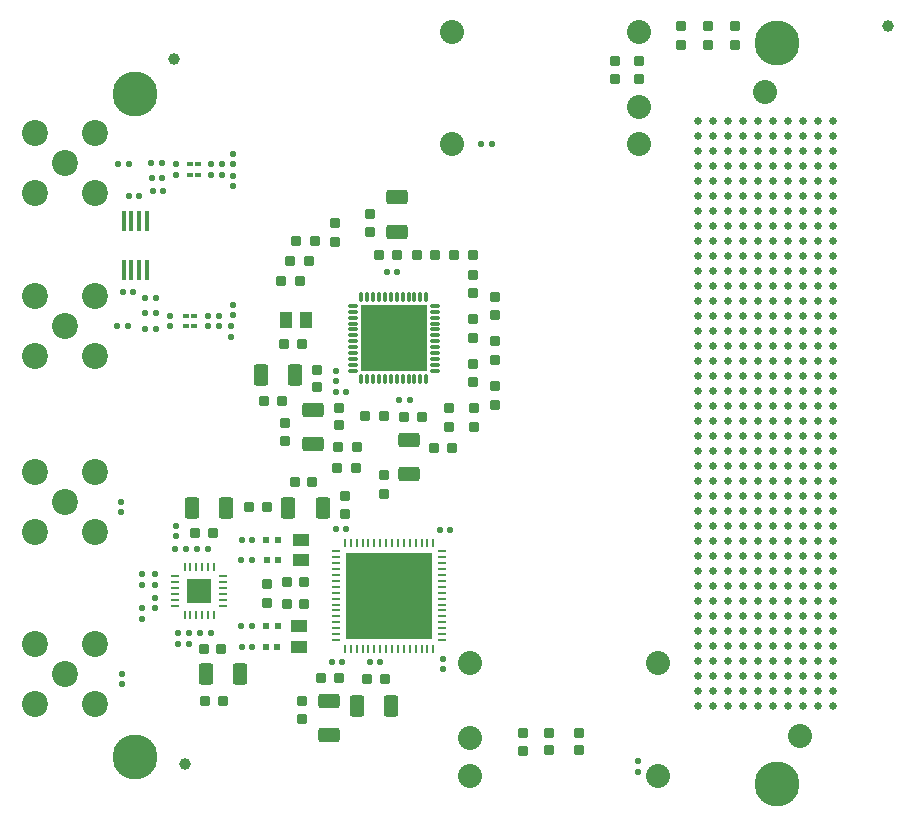
<source format=gbr>
G04 Layer_Color=255*
%FSLAX26Y26*%
%MOIN*%
%TF.FileFunction,Pads,Top*%
%TF.Part,Single*%
G01*
G75*
%TA.AperFunction,SMDPad,CuDef*%
G04:AMPARAMS|DCode=12|XSize=20mil|YSize=20mil|CornerRadius=6mil|HoleSize=0mil|Usage=FLASHONLY|Rotation=90.000|XOffset=0mil|YOffset=0mil|HoleType=Round|Shape=RoundedRectangle|*
%AMROUNDEDRECTD12*
21,1,0.020000,0.008000,0,0,90.0*
21,1,0.008000,0.020000,0,0,90.0*
1,1,0.012000,0.004000,0.004000*
1,1,0.012000,0.004000,-0.004000*
1,1,0.012000,-0.004000,-0.004000*
1,1,0.012000,-0.004000,0.004000*
%
%ADD12ROUNDEDRECTD12*%
G04:AMPARAMS|DCode=13|XSize=20mil|YSize=20mil|CornerRadius=6mil|HoleSize=0mil|Usage=FLASHONLY|Rotation=180.000|XOffset=0mil|YOffset=0mil|HoleType=Round|Shape=RoundedRectangle|*
%AMROUNDEDRECTD13*
21,1,0.020000,0.008000,0,0,180.0*
21,1,0.008000,0.020000,0,0,180.0*
1,1,0.012000,-0.004000,0.004000*
1,1,0.012000,0.004000,0.004000*
1,1,0.012000,0.004000,-0.004000*
1,1,0.012000,-0.004000,-0.004000*
%
%ADD13ROUNDEDRECTD13*%
%ADD14O,0.015748X0.070866*%
%ADD15R,0.019685X0.011811*%
G04:AMPARAMS|DCode=16|XSize=71mil|YSize=47mil|CornerRadius=7.99mil|HoleSize=0mil|Usage=FLASHONLY|Rotation=90.000|XOffset=0mil|YOffset=0mil|HoleType=Round|Shape=RoundedRectangle|*
%AMROUNDEDRECTD16*
21,1,0.071000,0.031020,0,0,90.0*
21,1,0.055020,0.047000,0,0,90.0*
1,1,0.015980,0.015510,0.027510*
1,1,0.015980,0.015510,-0.027510*
1,1,0.015980,-0.015510,-0.027510*
1,1,0.015980,-0.015510,0.027510*
%
%ADD16ROUNDEDRECTD16*%
G04:AMPARAMS|DCode=17|XSize=35mil|YSize=34mil|CornerRadius=9.01mil|HoleSize=0mil|Usage=FLASHONLY|Rotation=90.000|XOffset=0mil|YOffset=0mil|HoleType=Round|Shape=RoundedRectangle|*
%AMROUNDEDRECTD17*
21,1,0.035000,0.015980,0,0,90.0*
21,1,0.016980,0.034000,0,0,90.0*
1,1,0.018020,0.007990,0.008490*
1,1,0.018020,0.007990,-0.008490*
1,1,0.018020,-0.007990,-0.008490*
1,1,0.018020,-0.007990,0.008490*
%
%ADD17ROUNDEDRECTD17*%
G04:AMPARAMS|DCode=18|XSize=35mil|YSize=34mil|CornerRadius=9.01mil|HoleSize=0mil|Usage=FLASHONLY|Rotation=0.000|XOffset=0mil|YOffset=0mil|HoleType=Round|Shape=RoundedRectangle|*
%AMROUNDEDRECTD18*
21,1,0.035000,0.015980,0,0,0.0*
21,1,0.016980,0.034000,0,0,0.0*
1,1,0.018020,0.008490,-0.007990*
1,1,0.018020,-0.008490,-0.007990*
1,1,0.018020,-0.008490,0.007990*
1,1,0.018020,0.008490,0.007990*
%
%ADD18ROUNDEDRECTD18*%
G04:AMPARAMS|DCode=19|XSize=71mil|YSize=47mil|CornerRadius=7.99mil|HoleSize=0mil|Usage=FLASHONLY|Rotation=180.000|XOffset=0mil|YOffset=0mil|HoleType=Round|Shape=RoundedRectangle|*
%AMROUNDEDRECTD19*
21,1,0.071000,0.031020,0,0,180.0*
21,1,0.055020,0.047000,0,0,180.0*
1,1,0.015980,-0.027510,0.015510*
1,1,0.015980,0.027510,0.015510*
1,1,0.015980,0.027510,-0.015510*
1,1,0.015980,-0.027510,-0.015510*
%
%ADD19ROUNDEDRECTD19*%
G04:AMPARAMS|DCode=20|XSize=35mil|YSize=31mil|CornerRadius=6.045mil|HoleSize=0mil|Usage=FLASHONLY|Rotation=90.000|XOffset=0mil|YOffset=0mil|HoleType=Round|Shape=RoundedRectangle|*
%AMROUNDEDRECTD20*
21,1,0.035000,0.018910,0,0,90.0*
21,1,0.022910,0.031000,0,0,90.0*
1,1,0.012090,0.009455,0.011455*
1,1,0.012090,0.009455,-0.011455*
1,1,0.012090,-0.009455,-0.011455*
1,1,0.012090,-0.009455,0.011455*
%
%ADD20ROUNDEDRECTD20*%
G04:AMPARAMS|DCode=21|XSize=35mil|YSize=34mil|CornerRadius=5.95mil|HoleSize=0mil|Usage=FLASHONLY|Rotation=90.000|XOffset=0mil|YOffset=0mil|HoleType=Round|Shape=RoundedRectangle|*
%AMROUNDEDRECTD21*
21,1,0.035000,0.022100,0,0,90.0*
21,1,0.023100,0.034000,0,0,90.0*
1,1,0.011900,0.011050,0.011550*
1,1,0.011900,0.011050,-0.011550*
1,1,0.011900,-0.011050,-0.011550*
1,1,0.011900,-0.011050,0.011550*
%
%ADD21ROUNDEDRECTD21*%
G04:AMPARAMS|DCode=22|XSize=35mil|YSize=31mil|CornerRadius=6.045mil|HoleSize=0mil|Usage=FLASHONLY|Rotation=0.000|XOffset=0mil|YOffset=0mil|HoleType=Round|Shape=RoundedRectangle|*
%AMROUNDEDRECTD22*
21,1,0.035000,0.018910,0,0,0.0*
21,1,0.022910,0.031000,0,0,0.0*
1,1,0.012090,0.011455,-0.009455*
1,1,0.012090,-0.011455,-0.009455*
1,1,0.012090,-0.011455,0.009455*
1,1,0.012090,0.011455,0.009455*
%
%ADD22ROUNDEDRECTD22*%
G04:AMPARAMS|DCode=23|XSize=55mil|YSize=43mil|CornerRadius=7.955mil|HoleSize=0mil|Usage=FLASHONLY|Rotation=90.000|XOffset=0mil|YOffset=0mil|HoleType=Round|Shape=RoundedRectangle|*
%AMROUNDEDRECTD23*
21,1,0.055000,0.027090,0,0,90.0*
21,1,0.039090,0.043000,0,0,90.0*
1,1,0.015910,0.013545,0.019545*
1,1,0.015910,0.013545,-0.019545*
1,1,0.015910,-0.013545,-0.019545*
1,1,0.015910,-0.013545,0.019545*
%
%ADD23ROUNDEDRECTD23*%
G04:AMPARAMS|DCode=24|XSize=35mil|YSize=34mil|CornerRadius=5.95mil|HoleSize=0mil|Usage=FLASHONLY|Rotation=0.000|XOffset=0mil|YOffset=0mil|HoleType=Round|Shape=RoundedRectangle|*
%AMROUNDEDRECTD24*
21,1,0.035000,0.022100,0,0,0.0*
21,1,0.023100,0.034000,0,0,0.0*
1,1,0.011900,0.011550,-0.011050*
1,1,0.011900,-0.011550,-0.011050*
1,1,0.011900,-0.011550,0.011050*
1,1,0.011900,0.011550,0.011050*
%
%ADD24ROUNDEDRECTD24*%
%ADD25O,0.011024X0.033465*%
%ADD26R,0.220472X0.220472*%
%ADD27O,0.033465X0.011024*%
%ADD28R,0.023622X0.019685*%
%ADD29O,0.031496X0.007874*%
%ADD30O,0.007874X0.031496*%
%ADD31R,0.082677X0.082677*%
G04:AMPARAMS|DCode=32|XSize=55mil|YSize=43mil|CornerRadius=7.955mil|HoleSize=0mil|Usage=FLASHONLY|Rotation=180.000|XOffset=0mil|YOffset=0mil|HoleType=Round|Shape=RoundedRectangle|*
%AMROUNDEDRECTD32*
21,1,0.055000,0.027090,0,0,180.0*
21,1,0.039090,0.043000,0,0,180.0*
1,1,0.015910,-0.019545,0.013545*
1,1,0.015910,0.019545,0.013545*
1,1,0.015910,0.019545,-0.013545*
1,1,0.015910,-0.019545,-0.013545*
%
%ADD32ROUNDEDRECTD32*%
%ADD33R,0.291339X0.291339*%
%ADD34O,0.031496X0.009055*%
%ADD35O,0.009055X0.031496*%
%TA.AperFunction,BGAPad,CuDef*%
%ADD36C,0.025197*%
%TA.AperFunction,SMDPad,CuDef*%
%ADD40C,0.039370*%
%TA.AperFunction,ComponentPad*%
%ADD41C,0.080000*%
%ADD42C,0.150000*%
%ADD43C,0.086614*%
%ADD44C,0.039370*%
D12*
X5232500Y7635000D02*
D03*
X5267500D02*
D03*
X5118000Y7725000D02*
D03*
X5153000D02*
D03*
X5227500Y7730000D02*
D03*
X5262500D02*
D03*
X5427500Y7725000D02*
D03*
X5462500D02*
D03*
X5427500Y7690000D02*
D03*
X5462500D02*
D03*
X5230000Y7680000D02*
D03*
X5265000D02*
D03*
X5152500Y7620000D02*
D03*
X5187500D02*
D03*
X5243000Y7230000D02*
D03*
X5208000D02*
D03*
X5150500Y7185000D02*
D03*
X5115500D02*
D03*
X5243000Y7175000D02*
D03*
X5208000D02*
D03*
Y7280000D02*
D03*
X5243000D02*
D03*
X5452500Y7185000D02*
D03*
X5417500D02*
D03*
X5452500Y7220000D02*
D03*
X5417500D02*
D03*
X5167500Y7300000D02*
D03*
X5132500D02*
D03*
X5878500Y6965000D02*
D03*
X5843500D02*
D03*
X6048500Y7367000D02*
D03*
X6013500D02*
D03*
X6090000Y6941000D02*
D03*
X6055000D02*
D03*
X5343500Y6442000D02*
D03*
X5308500D02*
D03*
X5318500Y6127000D02*
D03*
X5353500D02*
D03*
Y6164000D02*
D03*
X5318500D02*
D03*
X5563500Y6184886D02*
D03*
X5528500D02*
D03*
X5564500Y6117386D02*
D03*
X5529500D02*
D03*
X5416500Y6441929D02*
D03*
X5381500D02*
D03*
X5565000Y6472000D02*
D03*
X5530000D02*
D03*
X5563500Y6407000D02*
D03*
X5528500D02*
D03*
X5391000Y6164000D02*
D03*
X5426000D02*
D03*
X5864500Y6065000D02*
D03*
X5829500D02*
D03*
X5877500Y6510000D02*
D03*
X5842500D02*
D03*
X5991500Y6065000D02*
D03*
X5956500D02*
D03*
X6190579Y6507000D02*
D03*
X6225579D02*
D03*
X6362500Y7791221D02*
D03*
X6327500D02*
D03*
D13*
X5500000Y7725000D02*
D03*
Y7760000D02*
D03*
Y7687500D02*
D03*
Y7652500D02*
D03*
X5290000Y7220000D02*
D03*
Y7185000D02*
D03*
X5500000Y7222500D02*
D03*
Y7257500D02*
D03*
X5495000Y7186000D02*
D03*
Y7151000D02*
D03*
X5843116Y7036732D02*
D03*
Y7001732D02*
D03*
X5310000Y7725000D02*
D03*
Y7690000D02*
D03*
X5309000Y6485000D02*
D03*
Y6520000D02*
D03*
X5128000Y6566000D02*
D03*
Y6601000D02*
D03*
X5240000Y6358000D02*
D03*
Y6323000D02*
D03*
X5197000Y6358000D02*
D03*
Y6323000D02*
D03*
Y6245500D02*
D03*
Y6210500D02*
D03*
X5239000Y6280500D02*
D03*
Y6245500D02*
D03*
X5129000Y5991500D02*
D03*
Y6026500D02*
D03*
X6200000Y6077000D02*
D03*
Y6042000D02*
D03*
X6850000Y5735500D02*
D03*
Y5700500D02*
D03*
D14*
X5213386Y7536693D02*
D03*
X5187795D02*
D03*
X5162205D02*
D03*
X5136614D02*
D03*
X5213386Y7373307D02*
D03*
X5187795D02*
D03*
X5162205D02*
D03*
X5136614D02*
D03*
D15*
X5370000Y7220000D02*
D03*
X5342441D02*
D03*
Y7185000D02*
D03*
X5370000D02*
D03*
X5356220Y7690000D02*
D03*
X5383779D02*
D03*
Y7725000D02*
D03*
X5356220D02*
D03*
D16*
X5592685Y7022000D02*
D03*
X5706685D02*
D03*
X5363000Y6581000D02*
D03*
X5477000D02*
D03*
X5685000Y6579000D02*
D03*
X5799000D02*
D03*
X5524000Y6025000D02*
D03*
X5410000D02*
D03*
X6027000Y5921000D02*
D03*
X5913000D02*
D03*
D17*
X5675000Y6803000D02*
D03*
Y6862000D02*
D03*
X5956000Y7560000D02*
D03*
Y7501000D02*
D03*
X5729000Y5877500D02*
D03*
Y5936500D02*
D03*
D18*
X5605000Y6934456D02*
D03*
X5664000D02*
D03*
X5706500Y6666000D02*
D03*
X5765500D02*
D03*
X5613000Y6581364D02*
D03*
X5554000D02*
D03*
X5467000Y5935000D02*
D03*
X5408000D02*
D03*
X6229000Y6780000D02*
D03*
X6170000D02*
D03*
D19*
X5767000Y6792000D02*
D03*
Y6906000D02*
D03*
X6088000Y6693000D02*
D03*
Y6807000D02*
D03*
X6047000Y7615000D02*
D03*
Y7501000D02*
D03*
X5820000Y5822000D02*
D03*
Y5936000D02*
D03*
D20*
X5851000Y6782000D02*
D03*
X5914000D02*
D03*
X5942000Y6885000D02*
D03*
X6005000D02*
D03*
X5848500Y6713000D02*
D03*
X5911500D02*
D03*
X5669000Y7126000D02*
D03*
X5732000D02*
D03*
X5662000Y7335000D02*
D03*
X5725000D02*
D03*
X5692000Y7402000D02*
D03*
X5755000D02*
D03*
X5710500Y7469000D02*
D03*
X5773500D02*
D03*
X6112500Y7423000D02*
D03*
X6175500D02*
D03*
X6238500Y7422000D02*
D03*
X6301500D02*
D03*
D21*
X5855000Y6914000D02*
D03*
Y6855000D02*
D03*
X5782000Y7041000D02*
D03*
Y6982000D02*
D03*
X5873362Y6559000D02*
D03*
Y6618000D02*
D03*
X6775000Y8010000D02*
D03*
Y8069000D02*
D03*
X6855000Y8010000D02*
D03*
Y8069000D02*
D03*
X6468000Y5771000D02*
D03*
Y5830000D02*
D03*
X6554000Y5771500D02*
D03*
Y5830500D02*
D03*
X6654000Y5771500D02*
D03*
Y5830500D02*
D03*
D22*
X6003000Y6688500D02*
D03*
Y6625500D02*
D03*
X5841000Y7530000D02*
D03*
Y7467000D02*
D03*
X6300000Y7294500D02*
D03*
Y7357500D02*
D03*
X6374000Y7221179D02*
D03*
Y7284179D02*
D03*
X6302929Y6913000D02*
D03*
Y6850000D02*
D03*
X6375000Y7135158D02*
D03*
Y7072158D02*
D03*
X6301000Y7061000D02*
D03*
Y6998000D02*
D03*
X6220000Y6911500D02*
D03*
Y6848500D02*
D03*
X6375000Y6986000D02*
D03*
Y6923000D02*
D03*
X6300000Y7210000D02*
D03*
Y7147000D02*
D03*
X5613000Y6263500D02*
D03*
Y6326500D02*
D03*
X6995000Y8122000D02*
D03*
Y8185000D02*
D03*
X7085000Y8123500D02*
D03*
Y8186500D02*
D03*
X7175000Y8122000D02*
D03*
Y8185000D02*
D03*
D23*
X5743000Y7206000D02*
D03*
X5676000D02*
D03*
D24*
X6129000Y6883440D02*
D03*
X6070000D02*
D03*
X5432500Y6496000D02*
D03*
X5373500D02*
D03*
X5403000Y6110000D02*
D03*
X5462000D02*
D03*
X5854000Y6013000D02*
D03*
X5795000D02*
D03*
X5679000Y6332000D02*
D03*
X5738000D02*
D03*
X5679000Y6260000D02*
D03*
X5738000D02*
D03*
X5947630Y6009000D02*
D03*
X6006630D02*
D03*
X6047500Y7422000D02*
D03*
X5988500D02*
D03*
D25*
X6125276Y7281811D02*
D03*
X6144961D02*
D03*
X6085905Y7008189D02*
D03*
X6105591D02*
D03*
X6125276D02*
D03*
X6144961D02*
D03*
X6026850D02*
D03*
X6046535D02*
D03*
X6085905Y7281811D02*
D03*
X6105591D02*
D03*
X5928425D02*
D03*
X5948110D02*
D03*
X5967795D02*
D03*
X5987480D02*
D03*
X6007165D02*
D03*
X6026850D02*
D03*
X6046535D02*
D03*
X6066221D02*
D03*
Y7008189D02*
D03*
X6007165D02*
D03*
X5987480D02*
D03*
X5967795D02*
D03*
X5948110D02*
D03*
X5928425D02*
D03*
D26*
X6036693Y7145000D02*
D03*
D27*
X5899882Y7036732D02*
D03*
Y7056417D02*
D03*
Y7076102D02*
D03*
Y7095787D02*
D03*
Y7115472D02*
D03*
Y7135158D02*
D03*
Y7154842D02*
D03*
Y7174528D02*
D03*
Y7194213D02*
D03*
Y7213898D02*
D03*
Y7233583D02*
D03*
Y7253268D02*
D03*
X6173504D02*
D03*
Y7233583D02*
D03*
Y7213898D02*
D03*
Y7194213D02*
D03*
Y7174528D02*
D03*
Y7154842D02*
D03*
Y7135158D02*
D03*
Y7115472D02*
D03*
Y7095787D02*
D03*
Y7076102D02*
D03*
Y7056417D02*
D03*
Y7036732D02*
D03*
D28*
X5650006Y6186000D02*
D03*
X5610636D02*
D03*
X5609315Y6117386D02*
D03*
X5648685D02*
D03*
X5650685Y6472000D02*
D03*
X5611315D02*
D03*
X5612315Y6407000D02*
D03*
X5651685D02*
D03*
D29*
X5307504Y6351921D02*
D03*
Y6332236D02*
D03*
Y6312551D02*
D03*
Y6292866D02*
D03*
Y6273181D02*
D03*
Y6253496D02*
D03*
X5468921D02*
D03*
Y6273181D02*
D03*
Y6292866D02*
D03*
Y6312551D02*
D03*
Y6332236D02*
D03*
Y6351921D02*
D03*
D30*
X5339000Y6222000D02*
D03*
X5358685D02*
D03*
X5378370D02*
D03*
X5398055D02*
D03*
X5417740D02*
D03*
X5437425D02*
D03*
Y6383417D02*
D03*
X5417740D02*
D03*
X5398055D02*
D03*
X5378370D02*
D03*
X5358685D02*
D03*
X5339000D02*
D03*
D31*
X5388213Y6302709D02*
D03*
D32*
X5720000Y6184500D02*
D03*
Y6117500D02*
D03*
X5726000Y6472500D02*
D03*
Y6405500D02*
D03*
D33*
X6021000Y6287000D02*
D03*
D34*
X6197181Y6434638D02*
D03*
Y6414953D02*
D03*
Y6395268D02*
D03*
Y6375583D02*
D03*
Y6355898D02*
D03*
Y6336213D02*
D03*
Y6316528D02*
D03*
Y6296842D02*
D03*
Y6277158D02*
D03*
Y6257472D02*
D03*
Y6237787D02*
D03*
Y6218102D02*
D03*
Y6198417D02*
D03*
Y6178732D02*
D03*
Y6159047D02*
D03*
Y6139362D02*
D03*
X5844819D02*
D03*
Y6159047D02*
D03*
Y6178732D02*
D03*
Y6198417D02*
D03*
Y6218102D02*
D03*
Y6237787D02*
D03*
Y6257472D02*
D03*
Y6277158D02*
D03*
Y6296842D02*
D03*
Y6316528D02*
D03*
Y6336213D02*
D03*
Y6355898D02*
D03*
Y6375583D02*
D03*
Y6395268D02*
D03*
Y6414953D02*
D03*
Y6434638D02*
D03*
D35*
X6168638Y6110819D02*
D03*
X6129268D02*
D03*
X6109583D02*
D03*
X6089898D02*
D03*
X6050528D02*
D03*
X6030842D02*
D03*
X6011158D02*
D03*
X5991472D02*
D03*
X5971787D02*
D03*
X5952102D02*
D03*
X5932417D02*
D03*
X5912732D02*
D03*
X5893047D02*
D03*
X5873362D02*
D03*
Y6463181D02*
D03*
X5893047D02*
D03*
X5912732D02*
D03*
X5932417D02*
D03*
X5952102D02*
D03*
X5971787D02*
D03*
X5991472D02*
D03*
X6011158D02*
D03*
X6030842D02*
D03*
X6050528D02*
D03*
X6070213D02*
D03*
X6089898D02*
D03*
X6109583D02*
D03*
X6129268D02*
D03*
X6148953D02*
D03*
X6168638D02*
D03*
X6148953Y6110819D02*
D03*
X6070213D02*
D03*
D36*
X7500000Y5920000D02*
D03*
Y5970000D02*
D03*
Y6020000D02*
D03*
Y6070000D02*
D03*
Y6120000D02*
D03*
Y6170000D02*
D03*
Y6220000D02*
D03*
Y6270000D02*
D03*
Y6320000D02*
D03*
Y6370000D02*
D03*
Y6420000D02*
D03*
Y6470000D02*
D03*
Y6520000D02*
D03*
Y6570000D02*
D03*
Y6620000D02*
D03*
Y6670000D02*
D03*
Y6720000D02*
D03*
Y6770000D02*
D03*
Y6820000D02*
D03*
Y6870000D02*
D03*
Y6920000D02*
D03*
Y6970000D02*
D03*
Y7020000D02*
D03*
Y7070000D02*
D03*
Y7120000D02*
D03*
Y7170000D02*
D03*
Y7220000D02*
D03*
Y7270000D02*
D03*
Y7320000D02*
D03*
Y7370000D02*
D03*
Y7420000D02*
D03*
Y7470000D02*
D03*
Y7520000D02*
D03*
Y7570000D02*
D03*
Y7620000D02*
D03*
Y7670000D02*
D03*
Y7720000D02*
D03*
Y7770000D02*
D03*
Y7820000D02*
D03*
Y7870000D02*
D03*
X7450000Y5920000D02*
D03*
Y5970000D02*
D03*
Y6020000D02*
D03*
Y6070000D02*
D03*
Y6120000D02*
D03*
Y6170000D02*
D03*
Y6220000D02*
D03*
Y6270000D02*
D03*
Y6320000D02*
D03*
Y6370000D02*
D03*
Y6420000D02*
D03*
Y6470000D02*
D03*
Y6520000D02*
D03*
Y6570000D02*
D03*
Y6620000D02*
D03*
Y6670000D02*
D03*
Y6720000D02*
D03*
Y6770000D02*
D03*
Y6820000D02*
D03*
Y6870000D02*
D03*
Y6920000D02*
D03*
Y6970000D02*
D03*
Y7020000D02*
D03*
Y7070000D02*
D03*
Y7120000D02*
D03*
Y7170000D02*
D03*
Y7220000D02*
D03*
Y7270000D02*
D03*
Y7320000D02*
D03*
Y7370000D02*
D03*
Y7420000D02*
D03*
Y7470000D02*
D03*
Y7520000D02*
D03*
Y7570000D02*
D03*
Y7620000D02*
D03*
Y7670000D02*
D03*
Y7720000D02*
D03*
Y7770000D02*
D03*
Y7820000D02*
D03*
Y7870000D02*
D03*
X7400000Y5920000D02*
D03*
Y5970000D02*
D03*
Y6020000D02*
D03*
Y6070000D02*
D03*
Y6120000D02*
D03*
Y6170000D02*
D03*
Y6220000D02*
D03*
Y6270000D02*
D03*
Y6320000D02*
D03*
Y6370000D02*
D03*
Y6420000D02*
D03*
Y6470000D02*
D03*
Y6520000D02*
D03*
Y6570000D02*
D03*
Y6620000D02*
D03*
Y6670000D02*
D03*
Y6720000D02*
D03*
Y6770000D02*
D03*
Y6820000D02*
D03*
Y6870000D02*
D03*
Y6920000D02*
D03*
Y6970000D02*
D03*
Y7020000D02*
D03*
Y7070000D02*
D03*
Y7120000D02*
D03*
Y7170000D02*
D03*
Y7220000D02*
D03*
Y7270000D02*
D03*
Y7320000D02*
D03*
Y7370000D02*
D03*
Y7420000D02*
D03*
Y7470000D02*
D03*
Y7520000D02*
D03*
Y7570000D02*
D03*
Y7620000D02*
D03*
Y7670000D02*
D03*
Y7720000D02*
D03*
Y7770000D02*
D03*
Y7820000D02*
D03*
Y7870000D02*
D03*
X7350000Y5920000D02*
D03*
Y5970000D02*
D03*
Y6020000D02*
D03*
Y6070000D02*
D03*
Y6120000D02*
D03*
Y6170000D02*
D03*
Y6220000D02*
D03*
Y6270000D02*
D03*
Y6320000D02*
D03*
Y6370000D02*
D03*
Y6420000D02*
D03*
Y6470000D02*
D03*
Y6520000D02*
D03*
Y6570000D02*
D03*
Y6620000D02*
D03*
Y6670000D02*
D03*
Y6720000D02*
D03*
Y6770000D02*
D03*
Y6820000D02*
D03*
Y6870000D02*
D03*
Y6920000D02*
D03*
Y6970000D02*
D03*
Y7020000D02*
D03*
Y7070000D02*
D03*
Y7120000D02*
D03*
Y7170000D02*
D03*
Y7220000D02*
D03*
Y7270000D02*
D03*
Y7320000D02*
D03*
Y7370000D02*
D03*
Y7420000D02*
D03*
Y7470000D02*
D03*
Y7520000D02*
D03*
Y7570000D02*
D03*
Y7620000D02*
D03*
Y7670000D02*
D03*
Y7720000D02*
D03*
Y7770000D02*
D03*
Y7820000D02*
D03*
Y7870000D02*
D03*
X7300000Y5920000D02*
D03*
Y5970000D02*
D03*
Y6020000D02*
D03*
Y6070000D02*
D03*
Y6120000D02*
D03*
Y6170000D02*
D03*
Y6220000D02*
D03*
Y6270000D02*
D03*
Y6320000D02*
D03*
Y6370000D02*
D03*
Y6420000D02*
D03*
Y6470000D02*
D03*
Y6520000D02*
D03*
Y6570000D02*
D03*
Y6620000D02*
D03*
Y6670000D02*
D03*
Y6720000D02*
D03*
Y6770000D02*
D03*
Y6820000D02*
D03*
Y6870000D02*
D03*
Y6920000D02*
D03*
Y6970000D02*
D03*
Y7020000D02*
D03*
Y7070000D02*
D03*
Y7120000D02*
D03*
Y7170000D02*
D03*
Y7220000D02*
D03*
Y7270000D02*
D03*
Y7320000D02*
D03*
Y7370000D02*
D03*
Y7420000D02*
D03*
Y7470000D02*
D03*
Y7520000D02*
D03*
Y7570000D02*
D03*
Y7620000D02*
D03*
Y7670000D02*
D03*
Y7720000D02*
D03*
Y7770000D02*
D03*
Y7820000D02*
D03*
Y7870000D02*
D03*
X7250000Y5920000D02*
D03*
Y5970000D02*
D03*
Y6020000D02*
D03*
Y6070000D02*
D03*
Y6120000D02*
D03*
Y6170000D02*
D03*
Y6220000D02*
D03*
Y6270000D02*
D03*
Y6320000D02*
D03*
Y6370000D02*
D03*
Y6420000D02*
D03*
Y6470000D02*
D03*
Y6520000D02*
D03*
Y6570000D02*
D03*
Y6620000D02*
D03*
Y6670000D02*
D03*
Y6720000D02*
D03*
Y6770000D02*
D03*
Y6820000D02*
D03*
Y6870000D02*
D03*
Y6920000D02*
D03*
Y6970000D02*
D03*
Y7020000D02*
D03*
Y7070000D02*
D03*
Y7120000D02*
D03*
Y7170000D02*
D03*
Y7220000D02*
D03*
Y7270000D02*
D03*
Y7320000D02*
D03*
Y7370000D02*
D03*
Y7420000D02*
D03*
Y7470000D02*
D03*
Y7520000D02*
D03*
Y7570000D02*
D03*
Y7620000D02*
D03*
Y7670000D02*
D03*
Y7720000D02*
D03*
Y7770000D02*
D03*
Y7820000D02*
D03*
Y7870000D02*
D03*
X7200000Y5920000D02*
D03*
Y5970000D02*
D03*
Y6020000D02*
D03*
Y6070000D02*
D03*
Y6120000D02*
D03*
Y6170000D02*
D03*
Y6220000D02*
D03*
Y6270000D02*
D03*
Y6320000D02*
D03*
Y6370000D02*
D03*
Y6420000D02*
D03*
Y6470000D02*
D03*
Y6520000D02*
D03*
Y6570000D02*
D03*
Y6620000D02*
D03*
Y6670000D02*
D03*
Y6720000D02*
D03*
Y6770000D02*
D03*
Y6820000D02*
D03*
Y6870000D02*
D03*
Y6920000D02*
D03*
Y6970000D02*
D03*
Y7020000D02*
D03*
Y7070000D02*
D03*
Y7120000D02*
D03*
Y7170000D02*
D03*
Y7220000D02*
D03*
Y7270000D02*
D03*
Y7320000D02*
D03*
Y7370000D02*
D03*
Y7420000D02*
D03*
Y7470000D02*
D03*
Y7520000D02*
D03*
Y7570000D02*
D03*
Y7620000D02*
D03*
Y7670000D02*
D03*
Y7720000D02*
D03*
Y7770000D02*
D03*
Y7820000D02*
D03*
Y7870000D02*
D03*
X7150000Y5920000D02*
D03*
Y5970000D02*
D03*
Y6020000D02*
D03*
Y6070000D02*
D03*
Y6120000D02*
D03*
Y6170000D02*
D03*
Y6220000D02*
D03*
Y6270000D02*
D03*
Y6320000D02*
D03*
Y6370000D02*
D03*
Y6420000D02*
D03*
Y6470000D02*
D03*
Y6520000D02*
D03*
Y6570000D02*
D03*
Y6620000D02*
D03*
Y6670000D02*
D03*
Y6720000D02*
D03*
Y6770000D02*
D03*
Y6820000D02*
D03*
Y6870000D02*
D03*
Y6920000D02*
D03*
Y6970000D02*
D03*
Y7020000D02*
D03*
Y7070000D02*
D03*
Y7120000D02*
D03*
Y7170000D02*
D03*
Y7220000D02*
D03*
Y7270000D02*
D03*
Y7320000D02*
D03*
Y7370000D02*
D03*
Y7420000D02*
D03*
Y7470000D02*
D03*
Y7520000D02*
D03*
Y7570000D02*
D03*
Y7620000D02*
D03*
Y7670000D02*
D03*
Y7720000D02*
D03*
Y7770000D02*
D03*
Y7820000D02*
D03*
Y7870000D02*
D03*
X7050000Y5920000D02*
D03*
Y5970000D02*
D03*
Y6020000D02*
D03*
Y6070000D02*
D03*
Y6120000D02*
D03*
Y6170000D02*
D03*
Y6220000D02*
D03*
Y6270000D02*
D03*
Y6320000D02*
D03*
Y6370000D02*
D03*
Y6420000D02*
D03*
Y6470000D02*
D03*
Y6520000D02*
D03*
Y6570000D02*
D03*
Y6620000D02*
D03*
Y6670000D02*
D03*
Y6720000D02*
D03*
Y6770000D02*
D03*
Y6820000D02*
D03*
Y6870000D02*
D03*
Y6920000D02*
D03*
Y6970000D02*
D03*
Y7020000D02*
D03*
Y7070000D02*
D03*
Y7120000D02*
D03*
Y7170000D02*
D03*
Y7220000D02*
D03*
Y7270000D02*
D03*
Y7320000D02*
D03*
Y7370000D02*
D03*
Y7420000D02*
D03*
Y7470000D02*
D03*
Y7520000D02*
D03*
Y7570000D02*
D03*
Y7620000D02*
D03*
Y7670000D02*
D03*
Y7720000D02*
D03*
Y7770000D02*
D03*
Y7820000D02*
D03*
Y7870000D02*
D03*
X7100000D02*
D03*
Y7820000D02*
D03*
Y7770000D02*
D03*
Y7720000D02*
D03*
Y7670000D02*
D03*
Y7620000D02*
D03*
Y7570000D02*
D03*
Y7520000D02*
D03*
Y7470000D02*
D03*
Y7420000D02*
D03*
Y7370000D02*
D03*
Y7320000D02*
D03*
Y7270000D02*
D03*
Y7220000D02*
D03*
Y7170000D02*
D03*
Y7120000D02*
D03*
Y7070000D02*
D03*
Y7020000D02*
D03*
Y6970000D02*
D03*
Y6920000D02*
D03*
Y6870000D02*
D03*
Y6820000D02*
D03*
Y6770000D02*
D03*
Y6720000D02*
D03*
Y6670000D02*
D03*
Y6620000D02*
D03*
Y6570000D02*
D03*
Y6520000D02*
D03*
Y6470000D02*
D03*
Y6420000D02*
D03*
Y6370000D02*
D03*
Y6320000D02*
D03*
Y6270000D02*
D03*
Y6220000D02*
D03*
Y6170000D02*
D03*
Y6120000D02*
D03*
Y6070000D02*
D03*
Y6020000D02*
D03*
Y5970000D02*
D03*
Y5920000D02*
D03*
D40*
X5305000Y8075000D02*
D03*
X5340000Y5725000D02*
D03*
X7685000Y8185000D02*
D03*
X5305000Y8075000D02*
D03*
X7685000Y8185000D02*
D03*
X5340000Y5725000D02*
D03*
D41*
X6855000Y8166221D02*
D03*
Y7916221D02*
D03*
Y7791221D02*
D03*
X6230000D02*
D03*
Y8166221D02*
D03*
X7275000Y7965000D02*
D03*
X7390000Y5820000D02*
D03*
X6292028Y6062190D02*
D03*
Y5812190D02*
D03*
Y5687190D02*
D03*
X6917028D02*
D03*
Y6062190D02*
D03*
D42*
X5175000Y7960000D02*
D03*
X7315000Y8130000D02*
D03*
Y5660000D02*
D03*
X5175000Y5750000D02*
D03*
D43*
X4940500Y7185000D02*
D03*
X5040500Y7085000D02*
D03*
X4840500D02*
D03*
Y7285000D02*
D03*
X5040500D02*
D03*
X4940500Y7730000D02*
D03*
X5040500Y7630000D02*
D03*
X4840500D02*
D03*
Y7830000D02*
D03*
X5040500D02*
D03*
X4940000Y6025000D02*
D03*
X5040000Y5925000D02*
D03*
X4840000D02*
D03*
Y6125000D02*
D03*
X5040000D02*
D03*
X4940500Y6600000D02*
D03*
X5040500Y6500000D02*
D03*
X4840500D02*
D03*
Y6700000D02*
D03*
X5040500D02*
D03*
D44*
X7395000Y5824499D02*
D03*
X7275000Y7965500D02*
D03*
%TF.MD5,BFE1906C3DB7E0762A49E58A8A1DEC54*%
M02*

</source>
